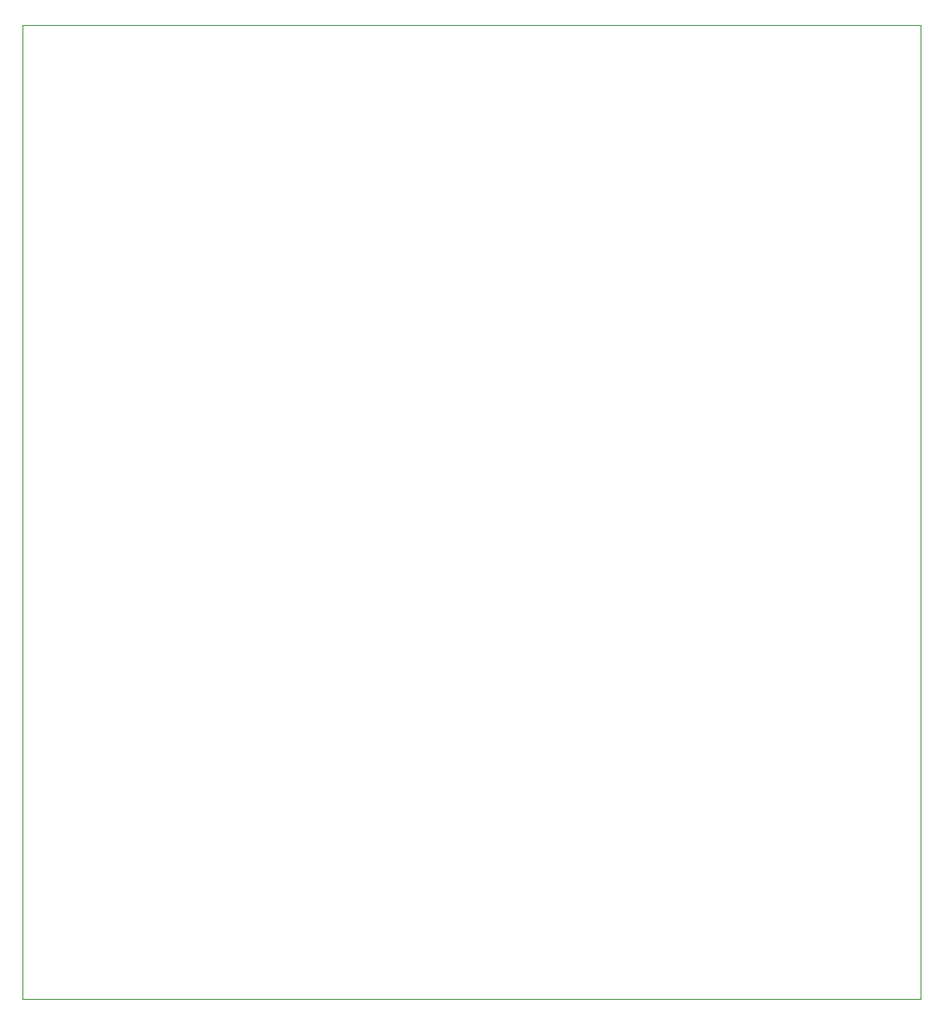
<source format=gm1>
G04 #@! TF.GenerationSoftware,KiCad,Pcbnew,(6.0.6)*
G04 #@! TF.CreationDate,2022-07-26T06:40:54+09:00*
G04 #@! TF.ProjectId,ble_macro_keyboard,626c655f-6d61-4637-926f-5f6b6579626f,rev?*
G04 #@! TF.SameCoordinates,Original*
G04 #@! TF.FileFunction,Profile,NP*
%FSLAX46Y46*%
G04 Gerber Fmt 4.6, Leading zero omitted, Abs format (unit mm)*
G04 Created by KiCad (PCBNEW (6.0.6)) date 2022-07-26 06:40:54*
%MOMM*%
%LPD*%
G01*
G04 APERTURE LIST*
G04 #@! TA.AperFunction,Profile*
%ADD10C,0.050000*%
G04 #@! TD*
G04 APERTURE END LIST*
D10*
X44000000Y-51500000D02*
X-44000000Y-51500000D01*
X-44000000Y-51500000D02*
X-44000000Y44000000D01*
X-44000000Y44000000D02*
X44000000Y44000000D01*
X44000000Y44000000D02*
X44000000Y-51500000D01*
M02*

</source>
